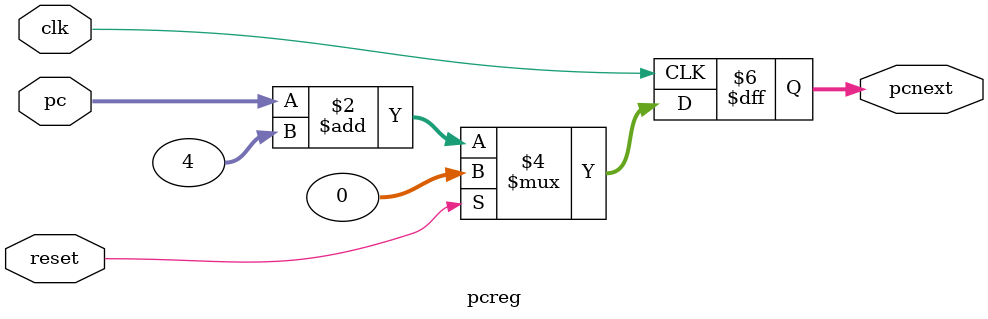
<source format=sv>
module pcreg #(parameter WIDTH = 32)
(
    input logic clk,
    input logic reset,
    output logic [WIDTH-1:0] pcnext,
    input logic [WIDTH-1:0] pc
);

    always_ff@(posedge clk)
    begin
        if (reset) pcnext = 0;
        else pcnext = pc + 4;
    end

endmodule
</source>
